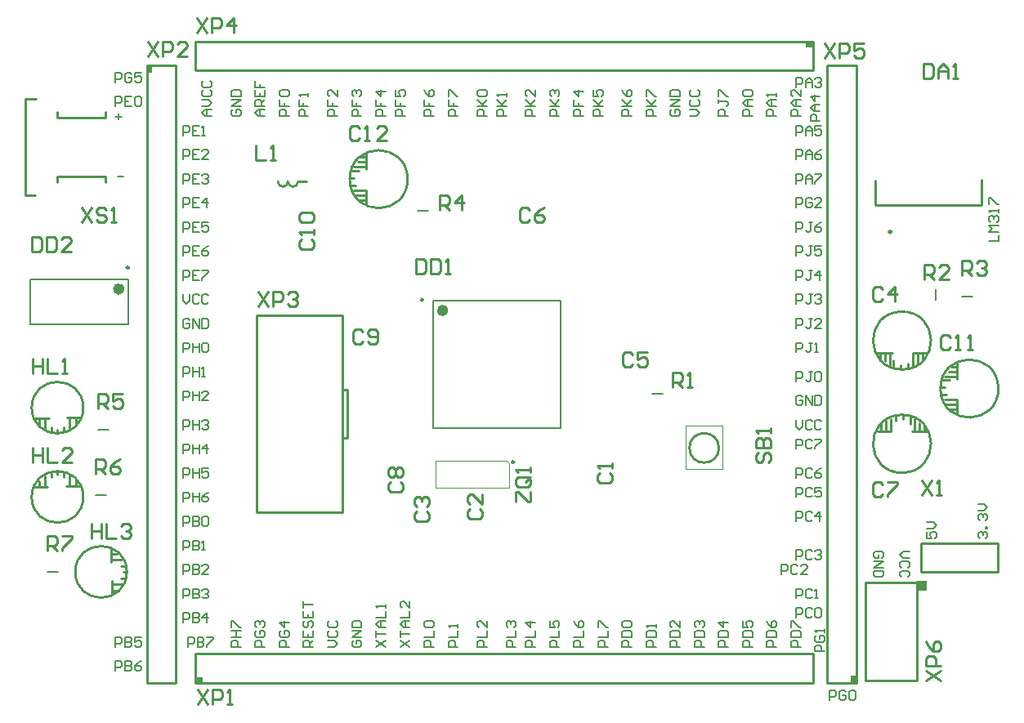
<source format=gto>
G04 Layer_Color=65535*
%FSLAX44Y44*%
%MOMM*%
G71*
G01*
G75*
%ADD29C,0.6000*%
%ADD30C,0.2500*%
%ADD31C,0.2540*%
%ADD32C,0.2000*%
%ADD33C,0.1000*%
%ADD34R,0.8000X0.6000*%
%ADD35R,0.6000X0.8000*%
%ADD36R,1.0000X1.0000*%
D29*
X442000Y433500D02*
G03*
X442000Y433500I-3000J0D01*
G01*
X106500Y455750D02*
G03*
X106500Y455750I-3000J0D01*
G01*
D30*
X418750Y444500D02*
G03*
X418750Y444500I-1250J0D01*
G01*
X114000Y477750D02*
G03*
X114000Y477750I-1250J0D01*
G01*
D31*
X725240Y290999D02*
G03*
X725240Y290999I-15240J0D01*
G01*
X904014Y515000D02*
G03*
X904014Y515000I-1414J0D01*
G01*
X111900Y162500D02*
G03*
X111900Y162500I-26700J0D01*
G01*
X954791Y351138D02*
G03*
X954760Y352500I29969J1363D01*
G01*
X916363Y372291D02*
G03*
X915000Y372260I-1363J29969D01*
G01*
X66700Y240200D02*
G03*
X66700Y240200I-26700J0D01*
G01*
Y332700D02*
G03*
X66700Y332700I-26700J0D01*
G01*
X342791Y568138D02*
G03*
X342760Y569500I29969J1363D01*
G01*
X278790Y567000D02*
G03*
X289263Y567000I5236J0D01*
G01*
X268317D02*
G03*
X278790Y567000I5236J0D01*
G01*
X513180Y276470D02*
G03*
X513180Y276470I-1270J0D01*
G01*
X913637Y325209D02*
G03*
X915000Y325240I1363J-29969D01*
G01*
X997600Y543000D02*
Y569000D01*
X887600Y543000D02*
X997600D01*
X887600D02*
Y568000D01*
X95360Y181550D02*
X101710D01*
X95360Y175200D02*
X106790Y175200D01*
X105520Y168850D02*
X109330D01*
X108060Y162500D02*
X111900D01*
X105520Y156150D02*
X110600D01*
X97900Y149800D02*
X108060D01*
X96630Y143450D02*
X102980Y143450D01*
X96630Y139640D02*
Y153610D01*
X95360Y172660D02*
X95360Y186630D01*
X934600Y192500D02*
X1014600D01*
Y162500D02*
Y192500D01*
X934600Y162500D02*
X1014600D01*
X934600D02*
Y192500D01*
X964440Y330910D02*
X972060D01*
X960630Y335990D02*
X970790D01*
X959360Y341070D02*
X972060Y341070D01*
X956820Y346150D02*
X960630D01*
X955550Y353770D02*
X959360D01*
X956820Y361390D02*
X964440D01*
X959360Y365200D02*
X970790D01*
X963170Y370280D02*
X970790D01*
X965710Y375360D02*
X972060Y375360D01*
Y362660D02*
Y379170D01*
Y327100D02*
Y341070D01*
X936590Y381940D02*
Y389560D01*
X931510Y378130D02*
Y388290D01*
X926430Y376860D02*
Y389560D01*
X921350Y374320D02*
Y378130D01*
X913730Y373050D02*
Y376860D01*
X906110Y374320D02*
Y381940D01*
X902300Y376860D02*
Y388290D01*
X897220Y380670D02*
Y388290D01*
X892140Y383210D02*
Y389560D01*
X888330D02*
X904840D01*
X926430D02*
X940400D01*
X246400Y428600D02*
X335400D01*
X246400Y330600D02*
Y428600D01*
X335400Y224600D02*
Y428600D01*
X246400Y224600D02*
X335400D01*
X246400D02*
X246400Y330600D01*
X335400Y351600D02*
X340400Y351600D01*
Y301600D02*
Y351600D01*
X336400Y301600D02*
X340400D01*
X20950Y250360D02*
Y256710D01*
X27300Y261790D02*
X27300Y250360D01*
X33650Y260520D02*
Y264330D01*
X40000Y263060D02*
Y266900D01*
X46350Y260520D02*
Y265600D01*
X52700Y252900D02*
Y263060D01*
X59050Y257980D02*
X59050Y251630D01*
X48890D02*
X62860D01*
X15870Y250360D02*
X29840Y250360D01*
X59050Y316190D02*
Y322540D01*
X52700D02*
X52700Y311110D01*
X46350Y308570D02*
Y312380D01*
X40000Y306000D02*
Y309840D01*
X33650Y307300D02*
Y312380D01*
X27300Y309840D02*
X27300Y320000D01*
X20950Y321270D02*
X20950Y314920D01*
X17140Y321270D02*
X31110D01*
X50160Y322540D02*
X64130D01*
X182801Y682000D02*
X822801D01*
X182801D02*
Y712000D01*
X822801D01*
Y682000D02*
Y712000D01*
X162500Y47500D02*
Y687500D01*
X132500Y47500D02*
X162500D01*
X132500D02*
Y687500D01*
X162500D01*
X352440Y547910D02*
X360060D01*
X348630Y552990D02*
X358790D01*
X347360Y558070D02*
X360060Y558070D01*
X344820Y563150D02*
X348630D01*
X343550Y570770D02*
X347360D01*
X344820Y578390D02*
X352440D01*
X347360Y582200D02*
X358790D01*
X351170Y587280D02*
X358790D01*
X353710Y592360D02*
X360060Y592360D01*
Y579660D02*
Y596170D01*
Y544100D02*
Y558070D01*
X288950Y567000D02*
X297840D01*
X837500Y47498D02*
Y687498D01*
X867500D01*
Y47498D02*
Y687498D01*
X837500Y47498D02*
X867500D01*
X877499Y151701D02*
X930499D01*
X877499D02*
X877499Y49701D01*
X930499Y49701D01*
Y151701D01*
X90000Y633500D02*
Y639500D01*
X40000Y633500D02*
X90000D01*
X40000D02*
Y639500D01*
Y566500D02*
Y572500D01*
X90000D01*
Y566500D02*
Y572500D01*
X7000Y652500D02*
X18000D01*
X7000Y552500D02*
X17000D01*
X7000D02*
Y652500D01*
X893410Y307940D02*
Y315560D01*
X898490Y309210D02*
Y319370D01*
X903570Y307940D02*
X903570Y320640D01*
X908650Y319370D02*
Y323180D01*
X916270Y320640D02*
Y324450D01*
X923890Y315560D02*
Y323180D01*
X927700Y309210D02*
Y320640D01*
X932780Y309210D02*
Y316830D01*
X937860Y314290D02*
X937860Y307940D01*
X925160D02*
X941670D01*
X889600D02*
X903570D01*
X182801Y77501D02*
X822801D01*
Y47501D02*
Y77501D01*
X182801Y47501D02*
X822801D01*
X182801D02*
Y77501D01*
X411584Y486379D02*
Y471144D01*
X419202D01*
X421741Y473683D01*
Y483840D01*
X419202Y486379D01*
X411584D01*
X426819D02*
Y471144D01*
X434437D01*
X436976Y473683D01*
Y483840D01*
X434437Y486379D01*
X426819D01*
X442054Y471144D02*
X447132D01*
X444593D01*
Y486379D01*
X442054Y483840D01*
X602304Y265157D02*
X599765Y262617D01*
Y257539D01*
X602304Y255000D01*
X612461D01*
X615000Y257539D01*
Y262617D01*
X612461Y265157D01*
X615000Y270235D02*
Y275313D01*
Y272774D01*
X599765D01*
X602304Y270235D01*
X467704Y227657D02*
X465165Y225117D01*
Y220039D01*
X467704Y217500D01*
X477861D01*
X480400Y220039D01*
Y225117D01*
X477861Y227657D01*
X480400Y242892D02*
Y232735D01*
X470243Y242892D01*
X467704D01*
X465165Y240353D01*
Y235274D01*
X467704Y232735D01*
X412304Y225157D02*
X409765Y222617D01*
Y217539D01*
X412304Y215000D01*
X422461D01*
X425000Y217539D01*
Y222617D01*
X422461Y225157D01*
X412304Y230235D02*
X409765Y232774D01*
Y237853D01*
X412304Y240392D01*
X414843D01*
X417383Y237853D01*
Y235313D01*
Y237853D01*
X419922Y240392D01*
X422461D01*
X425000Y237853D01*
Y232774D01*
X422461Y230235D01*
X895153Y455276D02*
X892614Y457815D01*
X887535D01*
X884996Y455276D01*
Y445119D01*
X887535Y442580D01*
X892614D01*
X895153Y445119D01*
X907849Y442580D02*
Y457815D01*
X900231Y450198D01*
X910388D01*
X635721Y387718D02*
X633181Y390257D01*
X628103D01*
X625564Y387718D01*
Y377561D01*
X628103Y375022D01*
X633181D01*
X635721Y377561D01*
X650956Y390257D02*
X640799D01*
Y382640D01*
X645877Y385179D01*
X648417D01*
X650956Y382640D01*
Y377561D01*
X648417Y375022D01*
X643338D01*
X640799Y377561D01*
X528727Y537322D02*
X526188Y539861D01*
X521109D01*
X518570Y537322D01*
Y527165D01*
X521109Y524626D01*
X526188D01*
X528727Y527165D01*
X543962Y539861D02*
X538883Y537322D01*
X533805Y532243D01*
Y527165D01*
X536344Y524626D01*
X541423D01*
X543962Y527165D01*
Y529704D01*
X541423Y532243D01*
X533805D01*
X895157Y252696D02*
X892617Y255235D01*
X887539D01*
X885000Y252696D01*
Y242539D01*
X887539Y240000D01*
X892617D01*
X895157Y242539D01*
X900235Y255235D02*
X910392D01*
Y252696D01*
X900235Y242539D01*
Y240000D01*
X385304Y255657D02*
X382765Y253118D01*
Y248039D01*
X385304Y245500D01*
X395461D01*
X398000Y248039D01*
Y253118D01*
X395461Y255657D01*
X385304Y260735D02*
X382765Y263274D01*
Y268353D01*
X385304Y270892D01*
X387843D01*
X390382Y268353D01*
X392922Y270892D01*
X395461D01*
X398000Y268353D01*
Y263274D01*
X395461Y260735D01*
X392922D01*
X390382Y263274D01*
X387843Y260735D01*
X385304D01*
X390382Y263274D02*
Y268353D01*
X356681Y411220D02*
X354142Y413759D01*
X349063D01*
X346524Y411220D01*
Y401063D01*
X349063Y398524D01*
X354142D01*
X356681Y401063D01*
X361759D02*
X364298Y398524D01*
X369377D01*
X371916Y401063D01*
Y411220D01*
X369377Y413759D01*
X364298D01*
X361759Y411220D01*
Y408681D01*
X364298Y406142D01*
X371916D01*
X292804Y507157D02*
X290265Y504618D01*
Y499539D01*
X292804Y497000D01*
X302961D01*
X305500Y499539D01*
Y504618D01*
X302961Y507157D01*
X305500Y512235D02*
Y517313D01*
Y514774D01*
X290265D01*
X292804Y512235D01*
Y524931D02*
X290265Y527470D01*
Y532548D01*
X292804Y535088D01*
X302961D01*
X305500Y532548D01*
Y527470D01*
X302961Y524931D01*
X292804D01*
X965097Y405304D02*
X962558Y407843D01*
X957479D01*
X954940Y405304D01*
Y395147D01*
X957479Y392608D01*
X962558D01*
X965097Y395147D01*
X970175Y392608D02*
X975253D01*
X972714D01*
Y407843D01*
X970175Y405304D01*
X982871Y392608D02*
X987949D01*
X985410D01*
Y407843D01*
X982871Y405304D01*
X353201Y622296D02*
X350662Y624835D01*
X345583D01*
X343044Y622296D01*
Y612139D01*
X345583Y609600D01*
X350662D01*
X353201Y612139D01*
X358279Y609600D02*
X363357D01*
X360818D01*
Y624835D01*
X358279Y622296D01*
X381132Y609600D02*
X370975D01*
X381132Y619757D01*
Y622296D01*
X378592Y624835D01*
X373514D01*
X370975Y622296D01*
X937600Y689235D02*
Y674000D01*
X945218D01*
X947757Y676539D01*
Y686696D01*
X945218Y689235D01*
X937600D01*
X952835Y674000D02*
Y684157D01*
X957913Y689235D01*
X962992Y684157D01*
Y674000D01*
Y681618D01*
X952835D01*
X968070Y674000D02*
X973148D01*
X970609D01*
Y689235D01*
X968070Y686696D01*
X13148Y509537D02*
Y494302D01*
X20766D01*
X23305Y496841D01*
Y506998D01*
X20766Y509537D01*
X13148D01*
X28383D02*
Y494302D01*
X36001D01*
X38540Y496841D01*
Y506998D01*
X36001Y509537D01*
X28383D01*
X53775Y494302D02*
X43618D01*
X53775Y504459D01*
Y506998D01*
X51236Y509537D01*
X46157D01*
X43618Y506998D01*
X14592Y383445D02*
Y368210D01*
Y375827D01*
X24749D01*
Y383445D01*
Y368210D01*
X29827Y383445D02*
Y368210D01*
X39984D01*
X45062D02*
X50141D01*
X47601D01*
Y383445D01*
X45062Y380906D01*
X14672Y291069D02*
Y275834D01*
Y283451D01*
X24829D01*
Y291069D01*
Y275834D01*
X29907Y291069D02*
Y275834D01*
X40064D01*
X55299D02*
X45142D01*
X55299Y285991D01*
Y288530D01*
X52760Y291069D01*
X47681D01*
X45142Y288530D01*
X75000Y212735D02*
Y197500D01*
Y205117D01*
X85157D01*
Y212735D01*
Y197500D01*
X90235Y212735D02*
Y197500D01*
X100392D01*
X105470Y210196D02*
X108009Y212735D01*
X113088D01*
X115627Y210196D01*
Y207657D01*
X113088Y205117D01*
X110548D01*
X113088D01*
X115627Y202578D01*
Y200039D01*
X113088Y197500D01*
X108009D01*
X105470Y200039D01*
X245482Y604823D02*
Y589588D01*
X255639D01*
X260717D02*
X265795D01*
X263256D01*
Y604823D01*
X260717Y602284D01*
X677000Y354000D02*
Y369235D01*
X684617D01*
X687157Y366696D01*
Y361618D01*
X684617Y359078D01*
X677000D01*
X682078D02*
X687157Y354000D01*
X692235D02*
X697313D01*
X694774D01*
Y369235D01*
X692235Y366696D01*
X938108Y465680D02*
Y480915D01*
X945725D01*
X948265Y478376D01*
Y473298D01*
X945725Y470758D01*
X938108D01*
X943186D02*
X948265Y465680D01*
X963500D02*
X953343D01*
X963500Y475837D01*
Y478376D01*
X960961Y480915D01*
X955882D01*
X953343Y478376D01*
X977090Y469570D02*
Y484805D01*
X984707D01*
X987247Y482266D01*
Y477188D01*
X984707Y474648D01*
X977090D01*
X982168D02*
X987247Y469570D01*
X992325Y482266D02*
X994864Y484805D01*
X999943D01*
X1002482Y482266D01*
Y479727D01*
X999943Y477188D01*
X997403D01*
X999943D01*
X1002482Y474648D01*
Y472109D01*
X999943Y469570D01*
X994864D01*
X992325Y472109D01*
X436000Y538000D02*
Y553235D01*
X443618D01*
X446157Y550696D01*
Y545617D01*
X443618Y543078D01*
X436000D01*
X441078D02*
X446157Y538000D01*
X458853D02*
Y553235D01*
X451235Y545617D01*
X461392D01*
X81928Y332156D02*
Y347391D01*
X89545D01*
X92085Y344852D01*
Y339773D01*
X89545Y337234D01*
X81928D01*
X87006D02*
X92085Y332156D01*
X107320Y347391D02*
X97163D01*
Y339773D01*
X102241Y342313D01*
X104781D01*
X107320Y339773D01*
Y334695D01*
X104781Y332156D01*
X99702D01*
X97163Y334695D01*
X79428Y264498D02*
Y279733D01*
X87045D01*
X89585Y277194D01*
Y272115D01*
X87045Y269576D01*
X79428D01*
X84506D02*
X89585Y264498D01*
X104820Y279733D02*
X99741Y277194D01*
X94663Y272115D01*
Y267037D01*
X97202Y264498D01*
X102281D01*
X104820Y267037D01*
Y269576D01*
X102281Y272115D01*
X94663D01*
X29444Y184608D02*
Y199843D01*
X37062D01*
X39601Y197304D01*
Y192225D01*
X37062Y189686D01*
X29444D01*
X34522D02*
X39601Y184608D01*
X44679Y199843D02*
X54836D01*
Y197304D01*
X44679Y187147D01*
Y184608D01*
X765804Y286157D02*
X763265Y283617D01*
Y278539D01*
X765804Y276000D01*
X768343D01*
X770882Y278539D01*
Y283617D01*
X773422Y286157D01*
X775961D01*
X778500Y283617D01*
Y278539D01*
X775961Y276000D01*
X763265Y291235D02*
X778500D01*
Y298853D01*
X775961Y301392D01*
X773422D01*
X770882Y298853D01*
Y291235D01*
Y298853D01*
X768343Y301392D01*
X765804D01*
X763265Y298853D01*
Y291235D01*
X778500Y306470D02*
Y311549D01*
Y309009D01*
X763265D01*
X765804Y306470D01*
X935850Y257247D02*
X946007Y242012D01*
Y257247D02*
X935850Y242012D01*
X951085D02*
X956163D01*
X953624D01*
Y257247D01*
X951085Y254708D01*
X185000Y40235D02*
X195157Y25000D01*
Y40235D02*
X185000Y25000D01*
X200235D02*
Y40235D01*
X207853D01*
X210392Y37696D01*
Y32617D01*
X207853Y30078D01*
X200235D01*
X215470Y25000D02*
X220548D01*
X218009D01*
Y40235D01*
X215470Y37696D01*
X133666Y711733D02*
X143823Y696498D01*
Y711733D02*
X133666Y696498D01*
X148901D02*
Y711733D01*
X156519D01*
X159058Y709194D01*
Y704116D01*
X156519Y701576D01*
X148901D01*
X174293Y696498D02*
X164136D01*
X174293Y706655D01*
Y709194D01*
X171754Y711733D01*
X166675D01*
X164136Y709194D01*
X247658Y452851D02*
X257815Y437616D01*
Y452851D02*
X247658Y437616D01*
X262893D02*
Y452851D01*
X270511D01*
X273050Y450312D01*
Y445233D01*
X270511Y442694D01*
X262893D01*
X278128Y450312D02*
X280667Y452851D01*
X285746D01*
X288285Y450312D01*
Y447773D01*
X285746Y445233D01*
X283207D01*
X285746D01*
X288285Y442694D01*
Y440155D01*
X285746Y437616D01*
X280667D01*
X278128Y440155D01*
X184187Y736147D02*
X194343Y720912D01*
Y736147D02*
X184187Y720912D01*
X199422D02*
Y736147D01*
X207039D01*
X209579Y733608D01*
Y728530D01*
X207039Y725990D01*
X199422D01*
X222274Y720912D02*
Y736147D01*
X214657Y728530D01*
X224814D01*
X835000Y710235D02*
X845157Y695000D01*
Y710235D02*
X835000Y695000D01*
X850235D02*
Y710235D01*
X857853D01*
X860392Y707696D01*
Y702617D01*
X857853Y700078D01*
X850235D01*
X875627Y710235D02*
X865470D01*
Y702617D01*
X870548Y705157D01*
X873088D01*
X875627Y702617D01*
Y697539D01*
X873088Y695000D01*
X868009D01*
X865470Y697539D01*
X939765Y50000D02*
X955000Y60157D01*
X939765D02*
X955000Y50000D01*
Y65235D02*
X939765D01*
Y72853D01*
X942304Y75392D01*
X947383D01*
X949922Y72853D01*
Y65235D01*
X939765Y90627D02*
X942304Y85548D01*
X947383Y80470D01*
X952461D01*
X955000Y83009D01*
Y88088D01*
X952461Y90627D01*
X949922D01*
X947383Y88088D01*
Y80470D01*
X65000Y540235D02*
X75157Y525000D01*
Y540235D02*
X65000Y525000D01*
X90392Y537696D02*
X87853Y540235D01*
X82774D01*
X80235Y537696D01*
Y535157D01*
X82774Y532617D01*
X87853D01*
X90392Y530078D01*
Y527539D01*
X87853Y525000D01*
X82774D01*
X80235Y527539D01*
X95470Y525000D02*
X100548D01*
X98009D01*
Y540235D01*
X95470Y537696D01*
X514765Y235000D02*
Y245157D01*
X517304D01*
X527461Y235000D01*
X530000D01*
Y245157D01*
X527461Y260392D02*
X517304D01*
X514765Y257853D01*
Y252774D01*
X517304Y250235D01*
X527461D01*
X530000Y252774D01*
Y257853D01*
X524922Y255313D02*
X530000Y260392D01*
Y257853D02*
X527461Y260392D01*
X530000Y265470D02*
Y270548D01*
Y268009D01*
X514765D01*
X517304Y265470D01*
D32*
X413500Y537000D02*
X424500D01*
X429000Y311500D02*
X561000D01*
X429000Y443500D02*
X561000D01*
Y311500D02*
Y443500D01*
X429000Y311500D02*
Y443500D01*
X656500Y347000D02*
X667500D01*
X950000Y444500D02*
Y455500D01*
X977000Y447500D02*
X988000D01*
X79500Y242500D02*
X90500D01*
X29500Y162500D02*
X40500D01*
X82000Y310000D02*
X93000D01*
X11500Y465750D02*
X113500D01*
X11500Y419250D02*
X113500D01*
Y465750D01*
X11500Y419250D02*
Y465750D01*
X1005003Y505000D02*
X1015000D01*
Y511665D01*
Y514997D02*
X1005003D01*
X1008335Y518329D01*
X1005003Y521661D01*
X1015000D01*
X1006669Y524994D02*
X1005003Y526660D01*
Y529992D01*
X1006669Y531658D01*
X1008335D01*
X1010002Y529992D01*
Y528326D01*
Y529992D01*
X1011668Y531658D01*
X1013334D01*
X1015000Y529992D01*
Y526660D01*
X1013334Y524994D01*
X1015000Y534990D02*
Y538323D01*
Y536656D01*
X1005003D01*
X1006669Y534990D01*
X1005003Y543321D02*
Y549986D01*
X1006669D01*
X1013334Y543321D01*
X1015000D01*
X995269Y197500D02*
X993603Y199166D01*
Y202498D01*
X995269Y204165D01*
X996936D01*
X998602Y202498D01*
Y200832D01*
Y202498D01*
X1000268Y204165D01*
X1001934D01*
X1003600Y202498D01*
Y199166D01*
X1001934Y197500D01*
X1003600Y207497D02*
X1001934D01*
Y209163D01*
X1003600D01*
Y207497D01*
X995269Y215827D02*
X993603Y217494D01*
Y220826D01*
X995269Y222492D01*
X996936D01*
X998602Y220826D01*
Y219160D01*
Y220826D01*
X1000268Y222492D01*
X1001934D01*
X1003600Y220826D01*
Y217494D01*
X1001934Y215827D01*
X993603Y225824D02*
X1000268D01*
X1003600Y229156D01*
X1000268Y232489D01*
X993603D01*
X940603Y204165D02*
Y197500D01*
X945602D01*
X943935Y200832D01*
Y202498D01*
X945602Y204165D01*
X948934D01*
X950600Y202498D01*
Y199166D01*
X948934Y197500D01*
X940603Y207497D02*
X947268D01*
X950600Y210829D01*
X947268Y214161D01*
X940603D01*
X922495Y183701D02*
X915831D01*
X912499Y180369D01*
X915831Y177036D01*
X922495D01*
X920829Y167040D02*
X922495Y168706D01*
Y172038D01*
X920829Y173704D01*
X914165D01*
X912499Y172038D01*
Y168706D01*
X914165Y167040D01*
X920829Y157043D02*
X922495Y158709D01*
Y162041D01*
X920829Y163707D01*
X914165D01*
X912499Y162041D01*
Y158709D01*
X914165Y157043D01*
X893829Y177036D02*
X895495Y178702D01*
Y182035D01*
X893829Y183701D01*
X887165D01*
X885499Y182035D01*
Y178702D01*
X887165Y177036D01*
X890497D01*
Y180369D01*
X885499Y173704D02*
X895495D01*
X885499Y167040D01*
X895495D01*
Y163707D02*
X885499D01*
Y158709D01*
X887165Y157043D01*
X893829D01*
X895495Y158709D01*
Y163707D01*
X100000Y634498D02*
X106664D01*
X103332Y637831D02*
Y631166D01*
X102000Y572498D02*
X108665D01*
X200000Y635000D02*
X193335D01*
X190003Y638332D01*
X193335Y641665D01*
X200000D01*
X195002D01*
Y635000D01*
X190003Y644997D02*
X196668D01*
X200000Y648329D01*
X196668Y651661D01*
X190003D01*
X191669Y661658D02*
X190003Y659992D01*
Y656660D01*
X191669Y654994D01*
X198334D01*
X200000Y656660D01*
Y659992D01*
X198334Y661658D01*
X191669Y671655D02*
X190003Y669989D01*
Y666656D01*
X191669Y664990D01*
X198334D01*
X200000Y666656D01*
Y669989D01*
X198334Y671655D01*
X221669Y641665D02*
X220003Y639998D01*
Y636666D01*
X221669Y635000D01*
X228334D01*
X230000Y636666D01*
Y639998D01*
X228334Y641665D01*
X225002D01*
Y638332D01*
X230000Y644997D02*
X220003D01*
X230000Y651661D01*
X220003D01*
Y654994D02*
X230000D01*
Y659992D01*
X228334Y661658D01*
X221669D01*
X220003Y659992D01*
Y654994D01*
X255000Y635000D02*
X248335D01*
X245003Y638332D01*
X248335Y641665D01*
X255000D01*
X250002D01*
Y635000D01*
X255000Y644997D02*
X245003D01*
Y649995D01*
X246669Y651661D01*
X250002D01*
X251668Y649995D01*
Y644997D01*
Y648329D02*
X255000Y651661D01*
X245003Y661658D02*
Y654994D01*
X255000D01*
Y661658D01*
X250002Y654994D02*
Y658326D01*
X245003Y671655D02*
Y664990D01*
X250002D01*
Y668323D01*
Y664990D01*
X255000D01*
X280000Y635000D02*
X270003D01*
Y639998D01*
X271669Y641665D01*
X275002D01*
X276668Y639998D01*
Y635000D01*
X270003Y651661D02*
Y644997D01*
X275002D01*
Y648329D01*
Y644997D01*
X280000D01*
X271669Y654994D02*
X270003Y656660D01*
Y659992D01*
X271669Y661658D01*
X278334D01*
X280000Y659992D01*
Y656660D01*
X278334Y654994D01*
X271669D01*
X300000Y635000D02*
X290003D01*
Y639998D01*
X291669Y641665D01*
X295002D01*
X296668Y639998D01*
Y635000D01*
X290003Y651661D02*
Y644997D01*
X295002D01*
Y648329D01*
Y644997D01*
X300000D01*
Y654994D02*
Y658326D01*
Y656660D01*
X290003D01*
X291669Y654994D01*
X355000Y635000D02*
X345003D01*
Y639998D01*
X346669Y641665D01*
X350002D01*
X351668Y639998D01*
Y635000D01*
X345003Y651661D02*
Y644997D01*
X350002D01*
Y648329D01*
Y644997D01*
X355000D01*
X346669Y654994D02*
X345003Y656660D01*
Y659992D01*
X346669Y661658D01*
X348335D01*
X350002Y659992D01*
Y658326D01*
Y659992D01*
X351668Y661658D01*
X353334D01*
X355000Y659992D01*
Y656660D01*
X353334Y654994D01*
X330000Y635000D02*
X320003D01*
Y639998D01*
X321669Y641665D01*
X325002D01*
X326668Y639998D01*
Y635000D01*
X320003Y651661D02*
Y644997D01*
X325002D01*
Y648329D01*
Y644997D01*
X330000D01*
Y661658D02*
Y654994D01*
X323335Y661658D01*
X321669D01*
X320003Y659992D01*
Y656660D01*
X321669Y654994D01*
X430000Y635000D02*
X420003D01*
Y639998D01*
X421669Y641665D01*
X425002D01*
X426668Y639998D01*
Y635000D01*
X420003Y651661D02*
Y644997D01*
X425002D01*
Y648329D01*
Y644997D01*
X430000D01*
X420003Y661658D02*
X421669Y658326D01*
X425002Y654994D01*
X428334D01*
X430000Y656660D01*
Y659992D01*
X428334Y661658D01*
X426668D01*
X425002Y659992D01*
Y654994D01*
X455000Y635000D02*
X445003D01*
Y639998D01*
X446669Y641665D01*
X450002D01*
X451668Y639998D01*
Y635000D01*
X445003Y651661D02*
Y644997D01*
X450002D01*
Y648329D01*
Y644997D01*
X455000D01*
X445003Y654994D02*
Y661658D01*
X446669D01*
X453334Y654994D01*
X455000D01*
X400000Y635000D02*
X390003D01*
Y639998D01*
X391669Y641665D01*
X395002D01*
X396668Y639998D01*
Y635000D01*
X390003Y651661D02*
Y644997D01*
X395002D01*
Y648329D01*
Y644997D01*
X400000D01*
X390003Y661658D02*
Y654994D01*
X395002D01*
X393335Y658326D01*
Y659992D01*
X395002Y661658D01*
X398334D01*
X400000Y659992D01*
Y656660D01*
X398334Y654994D01*
X380000Y635000D02*
X370003D01*
Y639998D01*
X371669Y641665D01*
X375002D01*
X376668Y639998D01*
Y635000D01*
X370003Y651661D02*
Y644997D01*
X375002D01*
Y648329D01*
Y644997D01*
X380000D01*
Y659992D02*
X370003D01*
X375002Y654994D01*
Y661658D01*
X585000Y635000D02*
X575003D01*
Y639998D01*
X576669Y641665D01*
X580002D01*
X581668Y639998D01*
Y635000D01*
X575003Y651661D02*
Y644997D01*
X580002D01*
Y648329D01*
Y644997D01*
X585000D01*
Y659992D02*
X575003D01*
X580002Y654994D01*
Y661658D01*
X605000Y635000D02*
X595003D01*
Y639998D01*
X596669Y641665D01*
X600002D01*
X601668Y639998D01*
Y635000D01*
X595003Y644997D02*
X605000D01*
X601668D01*
X595003Y651661D01*
X600002Y646663D01*
X605000Y651661D01*
X595003Y661658D02*
Y654994D01*
X600002D01*
X598335Y658326D01*
Y659992D01*
X600002Y661658D01*
X603334D01*
X605000Y659992D01*
Y656660D01*
X603334Y654994D01*
X660000Y635000D02*
X650003D01*
Y639998D01*
X651669Y641665D01*
X655002D01*
X656668Y639998D01*
Y635000D01*
X650003Y644997D02*
X660000D01*
X656668D01*
X650003Y651661D01*
X655002Y646663D01*
X660000Y651661D01*
X650003Y654994D02*
Y661658D01*
X651669D01*
X658334Y654994D01*
X660000D01*
X635000Y635000D02*
X625003D01*
Y639998D01*
X626669Y641665D01*
X630002D01*
X631668Y639998D01*
Y635000D01*
X625003Y644997D02*
X635000D01*
X631668D01*
X625003Y651661D01*
X630002Y646663D01*
X635000Y651661D01*
X625003Y661658D02*
X626669Y658326D01*
X630002Y654994D01*
X633334D01*
X635000Y656660D01*
Y659992D01*
X633334Y661658D01*
X631668D01*
X630002Y659992D01*
Y654994D01*
X535000Y635000D02*
X525003D01*
Y639998D01*
X526669Y641665D01*
X530002D01*
X531668Y639998D01*
Y635000D01*
X525003Y644997D02*
X535000D01*
X531668D01*
X525003Y651661D01*
X530002Y646663D01*
X535000Y651661D01*
Y661658D02*
Y654994D01*
X528335Y661658D01*
X526669D01*
X525003Y659992D01*
Y656660D01*
X526669Y654994D01*
X560000Y635000D02*
X550003D01*
Y639998D01*
X551669Y641665D01*
X555002D01*
X556668Y639998D01*
Y635000D01*
X550003Y644997D02*
X560000D01*
X556668D01*
X550003Y651661D01*
X555002Y646663D01*
X560000Y651661D01*
X551669Y654994D02*
X550003Y656660D01*
Y659992D01*
X551669Y661658D01*
X553335D01*
X555002Y659992D01*
Y658326D01*
Y659992D01*
X556668Y661658D01*
X558334D01*
X560000Y659992D01*
Y656660D01*
X558334Y654994D01*
X505000Y635000D02*
X495003D01*
Y639998D01*
X496669Y641665D01*
X500002D01*
X501668Y639998D01*
Y635000D01*
X495003Y644997D02*
X505000D01*
X501668D01*
X495003Y651661D01*
X500002Y646663D01*
X505000Y651661D01*
Y654994D02*
Y658326D01*
Y656660D01*
X495003D01*
X496669Y654994D01*
X485000Y635000D02*
X475003D01*
Y639998D01*
X476669Y641665D01*
X480002D01*
X481668Y639998D01*
Y635000D01*
X475003Y644997D02*
X485000D01*
X481668D01*
X475003Y651661D01*
X480002Y646663D01*
X485000Y651661D01*
X476669Y654994D02*
X475003Y656660D01*
Y659992D01*
X476669Y661658D01*
X483334D01*
X485000Y659992D01*
Y656660D01*
X483334Y654994D01*
X476669D01*
X676669Y641665D02*
X675003Y639998D01*
Y636666D01*
X676669Y635000D01*
X683334D01*
X685000Y636666D01*
Y639998D01*
X683334Y641665D01*
X680002D01*
Y638332D01*
X685000Y644997D02*
X675003D01*
X685000Y651661D01*
X675003D01*
Y654994D02*
X685000D01*
Y659992D01*
X683334Y661658D01*
X676669D01*
X675003Y659992D01*
Y654994D01*
X695003Y635000D02*
X701668D01*
X705000Y638332D01*
X701668Y641665D01*
X695003D01*
X696669Y651661D02*
X695003Y649995D01*
Y646663D01*
X696669Y644997D01*
X703334D01*
X705000Y646663D01*
Y649995D01*
X703334Y651661D01*
X696669Y661658D02*
X695003Y659992D01*
Y656660D01*
X696669Y654994D01*
X703334D01*
X705000Y656660D01*
Y659992D01*
X703334Y661658D01*
X735000Y635000D02*
X725003D01*
Y639998D01*
X726669Y641665D01*
X730002D01*
X731668Y639998D01*
Y635000D01*
X725003Y651661D02*
Y648329D01*
Y649995D01*
X733334D01*
X735000Y648329D01*
Y646663D01*
X733334Y644997D01*
X725003Y654994D02*
Y661658D01*
X726669D01*
X733334Y654994D01*
X735000D01*
X760000Y635000D02*
X750003D01*
Y639998D01*
X751669Y641665D01*
X755002D01*
X756668Y639998D01*
Y635000D01*
X760000Y644997D02*
X753335D01*
X750003Y648329D01*
X753335Y651661D01*
X760000D01*
X755002D01*
Y644997D01*
X751669Y654994D02*
X750003Y656660D01*
Y659992D01*
X751669Y661658D01*
X758334D01*
X760000Y659992D01*
Y656660D01*
X758334Y654994D01*
X751669D01*
X785000Y635000D02*
X775003D01*
Y639998D01*
X776669Y641665D01*
X780002D01*
X781668Y639998D01*
Y635000D01*
X785000Y644997D02*
X778335D01*
X775003Y648329D01*
X778335Y651661D01*
X785000D01*
X780002D01*
Y644997D01*
X785000Y654994D02*
Y658326D01*
Y656660D01*
X775003D01*
X776669Y654994D01*
X810000Y635000D02*
X800003D01*
Y639998D01*
X801669Y641665D01*
X805002D01*
X806668Y639998D01*
Y635000D01*
X810000Y644997D02*
X803335D01*
X800003Y648329D01*
X803335Y651661D01*
X810000D01*
X805002D01*
Y644997D01*
X810000Y661658D02*
Y654994D01*
X803335Y661658D01*
X801669D01*
X800003Y659992D01*
Y656660D01*
X801669Y654994D01*
X100000Y670000D02*
Y679997D01*
X104998D01*
X106664Y678331D01*
Y674998D01*
X104998Y673332D01*
X100000D01*
X116661Y678331D02*
X114995Y679997D01*
X111663D01*
X109997Y678331D01*
Y671666D01*
X111663Y670000D01*
X114995D01*
X116661Y671666D01*
Y674998D01*
X113329D01*
X126658Y679997D02*
X119994D01*
Y674998D01*
X123326Y676665D01*
X124992D01*
X126658Y674998D01*
Y671666D01*
X124992Y670000D01*
X121660D01*
X119994Y671666D01*
X100000Y645000D02*
Y654997D01*
X104998D01*
X106664Y653331D01*
Y649998D01*
X104998Y648332D01*
X100000D01*
X116661Y654997D02*
X109997D01*
Y645000D01*
X116661D01*
X109997Y649998D02*
X113329D01*
X119994Y653331D02*
X121660Y654997D01*
X124992D01*
X126658Y653331D01*
Y646666D01*
X124992Y645000D01*
X121660D01*
X119994Y646666D01*
Y653331D01*
X170000Y615000D02*
Y624997D01*
X174998D01*
X176665Y623331D01*
Y619998D01*
X174998Y618332D01*
X170000D01*
X186661Y624997D02*
X179997D01*
Y615000D01*
X186661D01*
X179997Y619998D02*
X183329D01*
X189993Y615000D02*
X193326D01*
X191660D01*
Y624997D01*
X189993Y623331D01*
X170000Y590000D02*
Y599997D01*
X174998D01*
X176665Y598331D01*
Y594998D01*
X174998Y593332D01*
X170000D01*
X186661Y599997D02*
X179997D01*
Y590000D01*
X186661D01*
X179997Y594998D02*
X183329D01*
X196658Y590000D02*
X189994D01*
X196658Y596665D01*
Y598331D01*
X194992Y599997D01*
X191660D01*
X189994Y598331D01*
X170000Y565000D02*
Y574997D01*
X174998D01*
X176665Y573331D01*
Y569998D01*
X174998Y568332D01*
X170000D01*
X186661Y574997D02*
X179997D01*
Y565000D01*
X186661D01*
X179997Y569998D02*
X183329D01*
X189994Y573331D02*
X191660Y574997D01*
X194992D01*
X196658Y573331D01*
Y571665D01*
X194992Y569998D01*
X193326D01*
X194992D01*
X196658Y568332D01*
Y566666D01*
X194992Y565000D01*
X191660D01*
X189994Y566666D01*
X170000Y540000D02*
Y549997D01*
X174998D01*
X176665Y548331D01*
Y544998D01*
X174998Y543332D01*
X170000D01*
X186661Y549997D02*
X179997D01*
Y540000D01*
X186661D01*
X179997Y544998D02*
X183329D01*
X194992Y540000D02*
Y549997D01*
X189994Y544998D01*
X196658D01*
X170000Y515000D02*
Y524997D01*
X174998D01*
X176665Y523331D01*
Y519998D01*
X174998Y518332D01*
X170000D01*
X186661Y524997D02*
X179997D01*
Y515000D01*
X186661D01*
X179997Y519998D02*
X183329D01*
X196658Y524997D02*
X189994D01*
Y519998D01*
X193326Y521665D01*
X194992D01*
X196658Y519998D01*
Y516666D01*
X194992Y515000D01*
X191660D01*
X189994Y516666D01*
X170000Y490000D02*
Y499997D01*
X174998D01*
X176665Y498331D01*
Y494998D01*
X174998Y493332D01*
X170000D01*
X186661Y499997D02*
X179997D01*
Y490000D01*
X186661D01*
X179997Y494998D02*
X183329D01*
X196658Y499997D02*
X193326Y498331D01*
X189994Y494998D01*
Y491666D01*
X191660Y490000D01*
X194992D01*
X196658Y491666D01*
Y493332D01*
X194992Y494998D01*
X189994D01*
X170000Y465000D02*
Y474997D01*
X174998D01*
X176665Y473331D01*
Y469998D01*
X174998Y468332D01*
X170000D01*
X186661Y474997D02*
X179997D01*
Y465000D01*
X186661D01*
X179997Y469998D02*
X183329D01*
X189994Y474997D02*
X196658D01*
Y473331D01*
X189994Y466666D01*
Y465000D01*
X170000Y449997D02*
Y443332D01*
X173332Y440000D01*
X176665Y443332D01*
Y449997D01*
X186661Y448331D02*
X184995Y449997D01*
X181663D01*
X179997Y448331D01*
Y441666D01*
X181663Y440000D01*
X184995D01*
X186661Y441666D01*
X196658Y448331D02*
X194992Y449997D01*
X191660D01*
X189994Y448331D01*
Y441666D01*
X191660Y440000D01*
X194992D01*
X196658Y441666D01*
X176665Y423331D02*
X174998Y424997D01*
X171666D01*
X170000Y423331D01*
Y416666D01*
X171666Y415000D01*
X174998D01*
X176665Y416666D01*
Y419998D01*
X173332D01*
X179997Y415000D02*
Y424997D01*
X186661Y415000D01*
Y424997D01*
X189994D02*
Y415000D01*
X194992D01*
X196658Y416666D01*
Y423331D01*
X194992Y424997D01*
X189994D01*
X170000Y390000D02*
Y399997D01*
X174998D01*
X176665Y398331D01*
Y394998D01*
X174998Y393332D01*
X170000D01*
X179997Y399997D02*
Y390000D01*
Y394998D01*
X186661D01*
Y399997D01*
Y390000D01*
X189994Y398331D02*
X191660Y399997D01*
X194992D01*
X196658Y398331D01*
Y391666D01*
X194992Y390000D01*
X191660D01*
X189994Y391666D01*
Y398331D01*
X170000Y365000D02*
Y374997D01*
X174998D01*
X176665Y373331D01*
Y369998D01*
X174998Y368332D01*
X170000D01*
X179997Y374997D02*
Y365000D01*
Y369998D01*
X186661D01*
Y374997D01*
Y365000D01*
X189994D02*
X193326D01*
X191660D01*
Y374997D01*
X189994Y373331D01*
X170000Y340000D02*
Y349997D01*
X174998D01*
X176665Y348331D01*
Y344998D01*
X174998Y343332D01*
X170000D01*
X179997Y349997D02*
Y340000D01*
Y344998D01*
X186661D01*
Y349997D01*
Y340000D01*
X196658D02*
X189994D01*
X196658Y346665D01*
Y348331D01*
X194992Y349997D01*
X191660D01*
X189994Y348331D01*
X170000Y310000D02*
Y319997D01*
X174998D01*
X176665Y318331D01*
Y314998D01*
X174998Y313332D01*
X170000D01*
X179997Y319997D02*
Y310000D01*
Y314998D01*
X186661D01*
Y319997D01*
Y310000D01*
X189994Y318331D02*
X191660Y319997D01*
X194992D01*
X196658Y318331D01*
Y316665D01*
X194992Y314998D01*
X193326D01*
X194992D01*
X196658Y313332D01*
Y311666D01*
X194992Y310000D01*
X191660D01*
X189994Y311666D01*
X170000Y285000D02*
Y294997D01*
X174998D01*
X176665Y293331D01*
Y289998D01*
X174998Y288332D01*
X170000D01*
X179997Y294997D02*
Y285000D01*
Y289998D01*
X186661D01*
Y294997D01*
Y285000D01*
X194992D02*
Y294997D01*
X189994Y289998D01*
X196658D01*
X170000Y260000D02*
Y269997D01*
X174998D01*
X176665Y268331D01*
Y264998D01*
X174998Y263332D01*
X170000D01*
X179997Y269997D02*
Y260000D01*
Y264998D01*
X186661D01*
Y269997D01*
Y260000D01*
X196658Y269997D02*
X189994D01*
Y264998D01*
X193326Y266665D01*
X194992D01*
X196658Y264998D01*
Y261666D01*
X194992Y260000D01*
X191660D01*
X189994Y261666D01*
X170000Y235000D02*
Y244997D01*
X174998D01*
X176665Y243331D01*
Y239998D01*
X174998Y238332D01*
X170000D01*
X179997Y244997D02*
Y235000D01*
Y239998D01*
X186661D01*
Y244997D01*
Y235000D01*
X196658Y244997D02*
X193326Y243331D01*
X189994Y239998D01*
Y236666D01*
X191660Y235000D01*
X194992D01*
X196658Y236666D01*
Y238332D01*
X194992Y239998D01*
X189994D01*
X170000Y210000D02*
Y219997D01*
X174998D01*
X176665Y218331D01*
Y214998D01*
X174998Y213332D01*
X170000D01*
X179997Y219997D02*
Y210000D01*
X184995D01*
X186661Y211666D01*
Y213332D01*
X184995Y214998D01*
X179997D01*
X184995D01*
X186661Y216665D01*
Y218331D01*
X184995Y219997D01*
X179997D01*
X189994Y218331D02*
X191660Y219997D01*
X194992D01*
X196658Y218331D01*
Y211666D01*
X194992Y210000D01*
X191660D01*
X189994Y211666D01*
Y218331D01*
X170000Y185000D02*
Y194997D01*
X174998D01*
X176665Y193331D01*
Y189998D01*
X174998Y188332D01*
X170000D01*
X179997Y194997D02*
Y185000D01*
X184995D01*
X186661Y186666D01*
Y188332D01*
X184995Y189998D01*
X179997D01*
X184995D01*
X186661Y191665D01*
Y193331D01*
X184995Y194997D01*
X179997D01*
X189994Y185000D02*
X193326D01*
X191660D01*
Y194997D01*
X189994Y193331D01*
X170000Y160000D02*
Y169997D01*
X174998D01*
X176665Y168331D01*
Y164998D01*
X174998Y163332D01*
X170000D01*
X179997Y169997D02*
Y160000D01*
X184995D01*
X186661Y161666D01*
Y163332D01*
X184995Y164998D01*
X179997D01*
X184995D01*
X186661Y166665D01*
Y168331D01*
X184995Y169997D01*
X179997D01*
X196658Y160000D02*
X189994D01*
X196658Y166665D01*
Y168331D01*
X194992Y169997D01*
X191660D01*
X189994Y168331D01*
X170000Y135000D02*
Y144997D01*
X174998D01*
X176665Y143331D01*
Y139998D01*
X174998Y138332D01*
X170000D01*
X179997Y144997D02*
Y135000D01*
X184995D01*
X186661Y136666D01*
Y138332D01*
X184995Y139998D01*
X179997D01*
X184995D01*
X186661Y141664D01*
Y143331D01*
X184995Y144997D01*
X179997D01*
X189994Y143331D02*
X191660Y144997D01*
X194992D01*
X196658Y143331D01*
Y141664D01*
X194992Y139998D01*
X193326D01*
X194992D01*
X196658Y138332D01*
Y136666D01*
X194992Y135000D01*
X191660D01*
X189994Y136666D01*
X170000Y110000D02*
Y119997D01*
X174998D01*
X176665Y118331D01*
Y114998D01*
X174998Y113332D01*
X170000D01*
X179997Y119997D02*
Y110000D01*
X184995D01*
X186661Y111666D01*
Y113332D01*
X184995Y114998D01*
X179997D01*
X184995D01*
X186661Y116664D01*
Y118331D01*
X184995Y119997D01*
X179997D01*
X194992Y110000D02*
Y119997D01*
X189994Y114998D01*
X196658D01*
X100000Y85000D02*
Y94997D01*
X104998D01*
X106664Y93331D01*
Y89998D01*
X104998Y88332D01*
X100000D01*
X109997Y94997D02*
Y85000D01*
X114995D01*
X116661Y86666D01*
Y88332D01*
X114995Y89998D01*
X109997D01*
X114995D01*
X116661Y91664D01*
Y93331D01*
X114995Y94997D01*
X109997D01*
X126658D02*
X119994D01*
Y89998D01*
X123326Y91664D01*
X124992D01*
X126658Y89998D01*
Y86666D01*
X124992Y85000D01*
X121660D01*
X119994Y86666D01*
X100000Y60000D02*
Y69997D01*
X104998D01*
X106664Y68331D01*
Y64998D01*
X104998Y63332D01*
X100000D01*
X109997Y69997D02*
Y60000D01*
X114995D01*
X116661Y61666D01*
Y63332D01*
X114995Y64998D01*
X109997D01*
X114995D01*
X116661Y66665D01*
Y68331D01*
X114995Y69997D01*
X109997D01*
X126658D02*
X123326Y68331D01*
X119994Y64998D01*
Y61666D01*
X121660Y60000D01*
X124992D01*
X126658Y61666D01*
Y63332D01*
X124992Y64998D01*
X119994D01*
X175000Y85000D02*
Y94997D01*
X179998D01*
X181665Y93331D01*
Y89998D01*
X179998Y88332D01*
X175000D01*
X184997Y94997D02*
Y85000D01*
X189995D01*
X191661Y86666D01*
Y88332D01*
X189995Y89998D01*
X184997D01*
X189995D01*
X191661Y91664D01*
Y93331D01*
X189995Y94997D01*
X184997D01*
X194994D02*
X201658D01*
Y93331D01*
X194994Y86666D01*
Y85000D01*
X230000D02*
X220003D01*
Y89998D01*
X221669Y91664D01*
X225002D01*
X226668Y89998D01*
Y85000D01*
X220003Y94997D02*
X230000D01*
X225002D01*
Y101661D01*
X220003D01*
X230000D01*
X220003Y104994D02*
Y111658D01*
X221669D01*
X228334Y104994D01*
X230000D01*
X255000Y85000D02*
X245003D01*
Y89998D01*
X246669Y91664D01*
X250002D01*
X251668Y89998D01*
Y85000D01*
X246669Y101661D02*
X245003Y99995D01*
Y96663D01*
X246669Y94997D01*
X253334D01*
X255000Y96663D01*
Y99995D01*
X253334Y101661D01*
X250002D01*
Y98329D01*
X246669Y104994D02*
X245003Y106660D01*
Y109992D01*
X246669Y111658D01*
X248335D01*
X250002Y109992D01*
Y108326D01*
Y109992D01*
X251668Y111658D01*
X253334D01*
X255000Y109992D01*
Y106660D01*
X253334Y104994D01*
X280000Y85000D02*
X270003D01*
Y89998D01*
X271669Y91664D01*
X275002D01*
X276668Y89998D01*
Y85000D01*
X271669Y101661D02*
X270003Y99995D01*
Y96663D01*
X271669Y94997D01*
X278334D01*
X280000Y96663D01*
Y99995D01*
X278334Y101661D01*
X275002D01*
Y98329D01*
X280000Y109992D02*
X270003D01*
X275002Y104994D01*
Y111658D01*
X305000Y85000D02*
X295003D01*
Y89998D01*
X296669Y91664D01*
X300002D01*
X301668Y89998D01*
Y85000D01*
Y88332D02*
X305000Y91664D01*
X295003Y101661D02*
Y94997D01*
X305000D01*
Y101661D01*
X300002Y94997D02*
Y98329D01*
X296669Y111658D02*
X295003Y109992D01*
Y106660D01*
X296669Y104994D01*
X298335D01*
X300002Y106660D01*
Y109992D01*
X301668Y111658D01*
X303334D01*
X305000Y109992D01*
Y106660D01*
X303334Y104994D01*
X295003Y121655D02*
Y114990D01*
X305000D01*
Y121655D01*
X300002Y114990D02*
Y118323D01*
X295003Y124987D02*
Y131652D01*
Y128319D01*
X305000D01*
X320003Y85000D02*
X326668D01*
X330000Y88332D01*
X326668Y91664D01*
X320003D01*
X321669Y101661D02*
X320003Y99995D01*
Y96663D01*
X321669Y94997D01*
X328334D01*
X330000Y96663D01*
Y99995D01*
X328334Y101661D01*
X321669Y111658D02*
X320003Y109992D01*
Y106660D01*
X321669Y104994D01*
X328334D01*
X330000Y106660D01*
Y109992D01*
X328334Y111658D01*
X346669Y91664D02*
X345003Y89998D01*
Y86666D01*
X346669Y85000D01*
X353334D01*
X355000Y86666D01*
Y89998D01*
X353334Y91664D01*
X350002D01*
Y88332D01*
X355000Y94997D02*
X345003D01*
X355000Y101661D01*
X345003D01*
Y104994D02*
X355000D01*
Y109992D01*
X353334Y111658D01*
X346669D01*
X345003Y109992D01*
Y104994D01*
X370003Y85000D02*
X380000Y91664D01*
X370003D02*
X380000Y85000D01*
X370003Y94997D02*
Y101661D01*
Y98329D01*
X380000D01*
Y104994D02*
X373335D01*
X370003Y108326D01*
X373335Y111658D01*
X380000D01*
X375002D01*
Y104994D01*
X370003Y114990D02*
X380000D01*
Y121655D01*
Y124987D02*
Y128319D01*
Y126653D01*
X370003D01*
X371669Y124987D01*
X395003Y85000D02*
X405000Y91664D01*
X395003D02*
X405000Y85000D01*
X395003Y94997D02*
Y101661D01*
Y98329D01*
X405000D01*
Y104994D02*
X398335D01*
X395003Y108326D01*
X398335Y111658D01*
X405000D01*
X400002D01*
Y104994D01*
X395003Y114990D02*
X405000D01*
Y121655D01*
Y131652D02*
Y124987D01*
X398335Y131652D01*
X396669D01*
X395003Y129986D01*
Y126653D01*
X396669Y124987D01*
X430000Y85000D02*
X420003D01*
Y89998D01*
X421669Y91664D01*
X425002D01*
X426668Y89998D01*
Y85000D01*
X420003Y94997D02*
X430000D01*
Y101661D01*
X421669Y104994D02*
X420003Y106660D01*
Y109992D01*
X421669Y111658D01*
X428334D01*
X430000Y109992D01*
Y106660D01*
X428334Y104994D01*
X421669D01*
X455000Y85000D02*
X445003D01*
Y89998D01*
X446669Y91664D01*
X450002D01*
X451668Y89998D01*
Y85000D01*
X445003Y94997D02*
X455000D01*
Y101661D01*
Y104994D02*
Y108326D01*
Y106660D01*
X445003D01*
X446669Y104994D01*
X485000Y85000D02*
X475003D01*
Y89998D01*
X476669Y91664D01*
X480002D01*
X481668Y89998D01*
Y85000D01*
X475003Y94997D02*
X485000D01*
Y101661D01*
Y111658D02*
Y104994D01*
X478335Y111658D01*
X476669D01*
X475003Y109992D01*
Y106660D01*
X476669Y104994D01*
X515000Y85000D02*
X505003D01*
Y89998D01*
X506669Y91664D01*
X510002D01*
X511668Y89998D01*
Y85000D01*
X505003Y94997D02*
X515000D01*
Y101661D01*
X506669Y104994D02*
X505003Y106660D01*
Y109992D01*
X506669Y111658D01*
X508335D01*
X510002Y109992D01*
Y108326D01*
Y109992D01*
X511668Y111658D01*
X513334D01*
X515000Y109992D01*
Y106660D01*
X513334Y104994D01*
X535000Y85000D02*
X525003D01*
Y89998D01*
X526669Y91664D01*
X530002D01*
X531668Y89998D01*
Y85000D01*
X525003Y94997D02*
X535000D01*
Y101661D01*
Y109992D02*
X525003D01*
X530002Y104994D01*
Y111658D01*
X560000Y85000D02*
X550003D01*
Y89998D01*
X551669Y91664D01*
X555002D01*
X556668Y89998D01*
Y85000D01*
X550003Y94997D02*
X560000D01*
Y101661D01*
X550003Y111658D02*
Y104994D01*
X555002D01*
X553335Y108326D01*
Y109992D01*
X555002Y111658D01*
X558334D01*
X560000Y109992D01*
Y106660D01*
X558334Y104994D01*
X585000Y85000D02*
X575003D01*
Y89998D01*
X576669Y91664D01*
X580002D01*
X581668Y89998D01*
Y85000D01*
X575003Y94997D02*
X585000D01*
Y101661D01*
X575003Y111658D02*
X576669Y108326D01*
X580002Y104994D01*
X583334D01*
X585000Y106660D01*
Y109992D01*
X583334Y111658D01*
X581668D01*
X580002Y109992D01*
Y104994D01*
X610000Y85000D02*
X600003D01*
Y89998D01*
X601669Y91664D01*
X605002D01*
X606668Y89998D01*
Y85000D01*
X600003Y94997D02*
X610000D01*
Y101661D01*
X600003Y104994D02*
Y111658D01*
X601669D01*
X608334Y104994D01*
X610000D01*
X635000Y85000D02*
X625003D01*
Y89998D01*
X626669Y91664D01*
X630002D01*
X631668Y89998D01*
Y85000D01*
X625003Y94997D02*
X635000D01*
Y99995D01*
X633334Y101661D01*
X626669D01*
X625003Y99995D01*
Y94997D01*
X626669Y104994D02*
X625003Y106660D01*
Y109992D01*
X626669Y111658D01*
X633334D01*
X635000Y109992D01*
Y106660D01*
X633334Y104994D01*
X626669D01*
X660000Y85000D02*
X650003D01*
Y89998D01*
X651669Y91664D01*
X655002D01*
X656668Y89998D01*
Y85000D01*
X650003Y94997D02*
X660000D01*
Y99995D01*
X658334Y101661D01*
X651669D01*
X650003Y99995D01*
Y94997D01*
X660000Y104994D02*
Y108326D01*
Y106660D01*
X650003D01*
X651669Y104994D01*
X685000Y85000D02*
X675003D01*
Y89998D01*
X676669Y91664D01*
X680002D01*
X681668Y89998D01*
Y85000D01*
X675003Y94997D02*
X685000D01*
Y99995D01*
X683334Y101661D01*
X676669D01*
X675003Y99995D01*
Y94997D01*
X685000Y111658D02*
Y104994D01*
X678335Y111658D01*
X676669D01*
X675003Y109992D01*
Y106660D01*
X676669Y104994D01*
X710000Y85000D02*
X700003D01*
Y89998D01*
X701669Y91664D01*
X705002D01*
X706668Y89998D01*
Y85000D01*
X700003Y94997D02*
X710000D01*
Y99995D01*
X708334Y101661D01*
X701669D01*
X700003Y99995D01*
Y94997D01*
X701669Y104994D02*
X700003Y106660D01*
Y109992D01*
X701669Y111658D01*
X703335D01*
X705002Y109992D01*
Y108326D01*
Y109992D01*
X706668Y111658D01*
X708334D01*
X710000Y109992D01*
Y106660D01*
X708334Y104994D01*
X735000Y85000D02*
X725003D01*
Y89998D01*
X726669Y91664D01*
X730002D01*
X731668Y89998D01*
Y85000D01*
X725003Y94997D02*
X735000D01*
Y99995D01*
X733334Y101661D01*
X726669D01*
X725003Y99995D01*
Y94997D01*
X735000Y109992D02*
X725003D01*
X730002Y104994D01*
Y111658D01*
X760000Y85000D02*
X750003D01*
Y89998D01*
X751669Y91664D01*
X755002D01*
X756668Y89998D01*
Y85000D01*
X750003Y94997D02*
X760000D01*
Y99995D01*
X758334Y101661D01*
X751669D01*
X750003Y99995D01*
Y94997D01*
Y111658D02*
Y104994D01*
X755002D01*
X753335Y108326D01*
Y109992D01*
X755002Y111658D01*
X758334D01*
X760000Y109992D01*
Y106660D01*
X758334Y104994D01*
X785000Y85000D02*
X775003D01*
Y89998D01*
X776669Y91664D01*
X780002D01*
X781668Y89998D01*
Y85000D01*
X775003Y94997D02*
X785000D01*
Y99995D01*
X783334Y101661D01*
X776669D01*
X775003Y99995D01*
Y94997D01*
Y111658D02*
X776669Y108326D01*
X780002Y104994D01*
X783334D01*
X785000Y106660D01*
Y109992D01*
X783334Y111658D01*
X781668D01*
X780002Y109992D01*
Y104994D01*
X810000Y85000D02*
X800003D01*
Y89998D01*
X801669Y91664D01*
X805002D01*
X806668Y89998D01*
Y85000D01*
X800003Y94997D02*
X810000D01*
Y99995D01*
X808334Y101661D01*
X801669D01*
X800003Y99995D01*
Y94997D01*
Y104994D02*
Y111658D01*
X801669D01*
X808334Y104994D01*
X810000D01*
X840000Y30000D02*
Y39997D01*
X844998D01*
X846665Y38331D01*
Y34998D01*
X844998Y33332D01*
X840000D01*
X856661Y38331D02*
X854995Y39997D01*
X851663D01*
X849997Y38331D01*
Y31666D01*
X851663Y30000D01*
X854995D01*
X856661Y31666D01*
Y34998D01*
X853329D01*
X859994Y38331D02*
X861660Y39997D01*
X864992D01*
X866658Y38331D01*
Y31666D01*
X864992Y30000D01*
X861660D01*
X859994Y31666D01*
Y38331D01*
X835000Y80000D02*
X825003D01*
Y84998D01*
X826669Y86664D01*
X830002D01*
X831668Y84998D01*
Y80000D01*
X826669Y96661D02*
X825003Y94995D01*
Y91663D01*
X826669Y89997D01*
X833334D01*
X835000Y91663D01*
Y94995D01*
X833334Y96661D01*
X830002D01*
Y93329D01*
X835000Y99994D02*
Y103326D01*
Y101660D01*
X825003D01*
X826669Y99994D01*
X805000Y115000D02*
Y124997D01*
X809998D01*
X811665Y123331D01*
Y119998D01*
X809998Y118332D01*
X805000D01*
X821661Y123331D02*
X819995Y124997D01*
X816663D01*
X814997Y123331D01*
Y116666D01*
X816663Y115000D01*
X819995D01*
X821661Y116666D01*
X824994Y123331D02*
X826660Y124997D01*
X829992D01*
X831658Y123331D01*
Y116666D01*
X829992Y115000D01*
X826660D01*
X824994Y116666D01*
Y123331D01*
X805000Y135000D02*
Y144997D01*
X809998D01*
X811665Y143331D01*
Y139998D01*
X809998Y138332D01*
X805000D01*
X821661Y143331D02*
X819995Y144997D01*
X816663D01*
X814997Y143331D01*
Y136666D01*
X816663Y135000D01*
X819995D01*
X821661Y136666D01*
X824994Y135000D02*
X828326D01*
X826660D01*
Y144997D01*
X824994Y143331D01*
X790000Y160000D02*
Y169997D01*
X794998D01*
X796665Y168331D01*
Y164998D01*
X794998Y163332D01*
X790000D01*
X806661Y168331D02*
X804995Y169997D01*
X801663D01*
X799997Y168331D01*
Y161666D01*
X801663Y160000D01*
X804995D01*
X806661Y161666D01*
X816658Y160000D02*
X809994D01*
X816658Y166665D01*
Y168331D01*
X814992Y169997D01*
X811660D01*
X809994Y168331D01*
X805000Y175000D02*
Y184997D01*
X809998D01*
X811665Y183331D01*
Y179998D01*
X809998Y178332D01*
X805000D01*
X821661Y183331D02*
X819995Y184997D01*
X816663D01*
X814997Y183331D01*
Y176666D01*
X816663Y175000D01*
X819995D01*
X821661Y176666D01*
X824994Y183331D02*
X826660Y184997D01*
X829992D01*
X831658Y183331D01*
Y181665D01*
X829992Y179998D01*
X828326D01*
X829992D01*
X831658Y178332D01*
Y176666D01*
X829992Y175000D01*
X826660D01*
X824994Y176666D01*
X805000Y215000D02*
Y224997D01*
X809998D01*
X811665Y223331D01*
Y219998D01*
X809998Y218332D01*
X805000D01*
X821661Y223331D02*
X819995Y224997D01*
X816663D01*
X814997Y223331D01*
Y216666D01*
X816663Y215000D01*
X819995D01*
X821661Y216666D01*
X829992Y215000D02*
Y224997D01*
X824994Y219998D01*
X831658D01*
X805000Y240000D02*
Y249997D01*
X809998D01*
X811665Y248331D01*
Y244998D01*
X809998Y243332D01*
X805000D01*
X821661Y248331D02*
X819995Y249997D01*
X816663D01*
X814997Y248331D01*
Y241666D01*
X816663Y240000D01*
X819995D01*
X821661Y241666D01*
X831658Y249997D02*
X824994D01*
Y244998D01*
X828326Y246665D01*
X829992D01*
X831658Y244998D01*
Y241666D01*
X829992Y240000D01*
X826660D01*
X824994Y241666D01*
X805000Y260000D02*
Y269997D01*
X809998D01*
X811665Y268331D01*
Y264998D01*
X809998Y263332D01*
X805000D01*
X821661Y268331D02*
X819995Y269997D01*
X816663D01*
X814997Y268331D01*
Y261666D01*
X816663Y260000D01*
X819995D01*
X821661Y261666D01*
X831658Y269997D02*
X828326Y268331D01*
X824994Y264998D01*
Y261666D01*
X826660Y260000D01*
X829992D01*
X831658Y261666D01*
Y263332D01*
X829992Y264998D01*
X824994D01*
X805000Y290000D02*
Y299997D01*
X809998D01*
X811665Y298331D01*
Y294998D01*
X809998Y293332D01*
X805000D01*
X821661Y298331D02*
X819995Y299997D01*
X816663D01*
X814997Y298331D01*
Y291666D01*
X816663Y290000D01*
X819995D01*
X821661Y291666D01*
X824994Y299997D02*
X831658D01*
Y298331D01*
X824994Y291666D01*
Y290000D01*
X805000Y319997D02*
Y313332D01*
X808332Y310000D01*
X811665Y313332D01*
Y319997D01*
X821661Y318331D02*
X819995Y319997D01*
X816663D01*
X814997Y318331D01*
Y311666D01*
X816663Y310000D01*
X819995D01*
X821661Y311666D01*
X831658Y318331D02*
X829992Y319997D01*
X826660D01*
X824994Y318331D01*
Y311666D01*
X826660Y310000D01*
X829992D01*
X831658Y311666D01*
X811665Y343331D02*
X809998Y344997D01*
X806666D01*
X805000Y343331D01*
Y336666D01*
X806666Y335000D01*
X809998D01*
X811665Y336666D01*
Y339998D01*
X808332D01*
X814997Y335000D02*
Y344997D01*
X821661Y335000D01*
Y344997D01*
X824994D02*
Y335000D01*
X829992D01*
X831658Y336666D01*
Y343331D01*
X829992Y344997D01*
X824994D01*
X805000Y360000D02*
Y369997D01*
X809998D01*
X811665Y368331D01*
Y364998D01*
X809998Y363332D01*
X805000D01*
X821661Y369997D02*
X818329D01*
X819995D01*
Y361666D01*
X818329Y360000D01*
X816663D01*
X814997Y361666D01*
X824994Y368331D02*
X826660Y369997D01*
X829992D01*
X831658Y368331D01*
Y361666D01*
X829992Y360000D01*
X826660D01*
X824994Y361666D01*
Y368331D01*
X805000Y390000D02*
Y399997D01*
X809998D01*
X811665Y398331D01*
Y394998D01*
X809998Y393332D01*
X805000D01*
X821661Y399997D02*
X818329D01*
X819995D01*
Y391666D01*
X818329Y390000D01*
X816663D01*
X814997Y391666D01*
X824994Y390000D02*
X828326D01*
X826660D01*
Y399997D01*
X824994Y398331D01*
X805000Y415000D02*
Y424997D01*
X809998D01*
X811665Y423331D01*
Y419998D01*
X809998Y418332D01*
X805000D01*
X821661Y424997D02*
X818329D01*
X819995D01*
Y416666D01*
X818329Y415000D01*
X816663D01*
X814997Y416666D01*
X831658Y415000D02*
X824994D01*
X831658Y421665D01*
Y423331D01*
X829992Y424997D01*
X826660D01*
X824994Y423331D01*
X805000Y440000D02*
Y449997D01*
X809998D01*
X811665Y448331D01*
Y444998D01*
X809998Y443332D01*
X805000D01*
X821661Y449997D02*
X818329D01*
X819995D01*
Y441666D01*
X818329Y440000D01*
X816663D01*
X814997Y441666D01*
X824994Y448331D02*
X826660Y449997D01*
X829992D01*
X831658Y448331D01*
Y446665D01*
X829992Y444998D01*
X828326D01*
X829992D01*
X831658Y443332D01*
Y441666D01*
X829992Y440000D01*
X826660D01*
X824994Y441666D01*
X805000Y465000D02*
Y474997D01*
X809998D01*
X811665Y473331D01*
Y469998D01*
X809998Y468332D01*
X805000D01*
X821661Y474997D02*
X818329D01*
X819995D01*
Y466666D01*
X818329Y465000D01*
X816663D01*
X814997Y466666D01*
X829992Y465000D02*
Y474997D01*
X824994Y469998D01*
X831658D01*
X805000Y490000D02*
Y499997D01*
X809998D01*
X811665Y498331D01*
Y494998D01*
X809998Y493332D01*
X805000D01*
X821661Y499997D02*
X818329D01*
X819995D01*
Y491666D01*
X818329Y490000D01*
X816663D01*
X814997Y491666D01*
X831658Y499997D02*
X824994D01*
Y494998D01*
X828326Y496665D01*
X829992D01*
X831658Y494998D01*
Y491666D01*
X829992Y490000D01*
X826660D01*
X824994Y491666D01*
X805000Y515000D02*
Y524997D01*
X809998D01*
X811665Y523331D01*
Y519998D01*
X809998Y518332D01*
X805000D01*
X821661Y524997D02*
X818329D01*
X819995D01*
Y516666D01*
X818329Y515000D01*
X816663D01*
X814997Y516666D01*
X831658Y524997D02*
X828326Y523331D01*
X824994Y519998D01*
Y516666D01*
X826660Y515000D01*
X829992D01*
X831658Y516666D01*
Y518332D01*
X829992Y519998D01*
X824994D01*
X805000Y540000D02*
Y549997D01*
X809998D01*
X811665Y548331D01*
Y544998D01*
X809998Y543332D01*
X805000D01*
X821661Y548331D02*
X819995Y549997D01*
X816663D01*
X814997Y548331D01*
Y541666D01*
X816663Y540000D01*
X819995D01*
X821661Y541666D01*
Y544998D01*
X818329D01*
X831658Y540000D02*
X824994D01*
X831658Y546665D01*
Y548331D01*
X829992Y549997D01*
X826660D01*
X824994Y548331D01*
X805000Y565000D02*
Y574997D01*
X809998D01*
X811665Y573331D01*
Y569998D01*
X809998Y568332D01*
X805000D01*
X814997Y565000D02*
Y571665D01*
X818329Y574997D01*
X821661Y571665D01*
Y565000D01*
Y569998D01*
X814997D01*
X824994Y574997D02*
X831658D01*
Y573331D01*
X824994Y566666D01*
Y565000D01*
X805000Y590000D02*
Y599997D01*
X809998D01*
X811665Y598331D01*
Y594998D01*
X809998Y593332D01*
X805000D01*
X814997Y590000D02*
Y596665D01*
X818329Y599997D01*
X821661Y596665D01*
Y590000D01*
Y594998D01*
X814997D01*
X831658Y599997D02*
X828326Y598331D01*
X824994Y594998D01*
Y591666D01*
X826660Y590000D01*
X829992D01*
X831658Y591666D01*
Y593332D01*
X829992Y594998D01*
X824994D01*
X805000Y615000D02*
Y624997D01*
X809998D01*
X811665Y623331D01*
Y619998D01*
X809998Y618332D01*
X805000D01*
X814997Y615000D02*
Y621665D01*
X818329Y624997D01*
X821661Y621665D01*
Y615000D01*
Y619998D01*
X814997D01*
X831658Y624997D02*
X824994D01*
Y619998D01*
X828326Y621665D01*
X829992D01*
X831658Y619998D01*
Y616666D01*
X829992Y615000D01*
X826660D01*
X824994Y616666D01*
X830000Y630000D02*
X820003D01*
Y634998D01*
X821669Y636665D01*
X825002D01*
X826668Y634998D01*
Y630000D01*
X830000Y639997D02*
X823335D01*
X820003Y643329D01*
X823335Y646661D01*
X830000D01*
X825002D01*
Y639997D01*
X830000Y654992D02*
X820003D01*
X825002Y649994D01*
Y656658D01*
X805000Y665000D02*
Y674997D01*
X809998D01*
X811665Y673331D01*
Y669998D01*
X809998Y668332D01*
X805000D01*
X814997Y665000D02*
Y671665D01*
X818329Y674997D01*
X821661Y671665D01*
Y665000D01*
Y669998D01*
X814997D01*
X824994Y673331D02*
X826660Y674997D01*
X829992D01*
X831658Y673331D01*
Y671665D01*
X829992Y669998D01*
X828326D01*
X829992D01*
X831658Y668332D01*
Y666666D01*
X829992Y665000D01*
X826660D01*
X824994Y666666D01*
D33*
X690950Y269409D02*
Y313859D01*
Y269409D02*
X729050D01*
Y313859D01*
X690950D02*
X729050D01*
X508100Y249800D02*
Y275200D01*
X505559Y277741D02*
X508100Y275200D01*
X431900Y277741D02*
X505559D01*
X431900Y249800D02*
Y277741D01*
Y249800D02*
X508100Y249800D01*
D34*
X818801Y709000D02*
D03*
X186800Y50501D02*
D03*
D35*
X135500Y683500D02*
D03*
X864500Y51498D02*
D03*
D36*
X935499Y147701D02*
D03*
M02*

</source>
